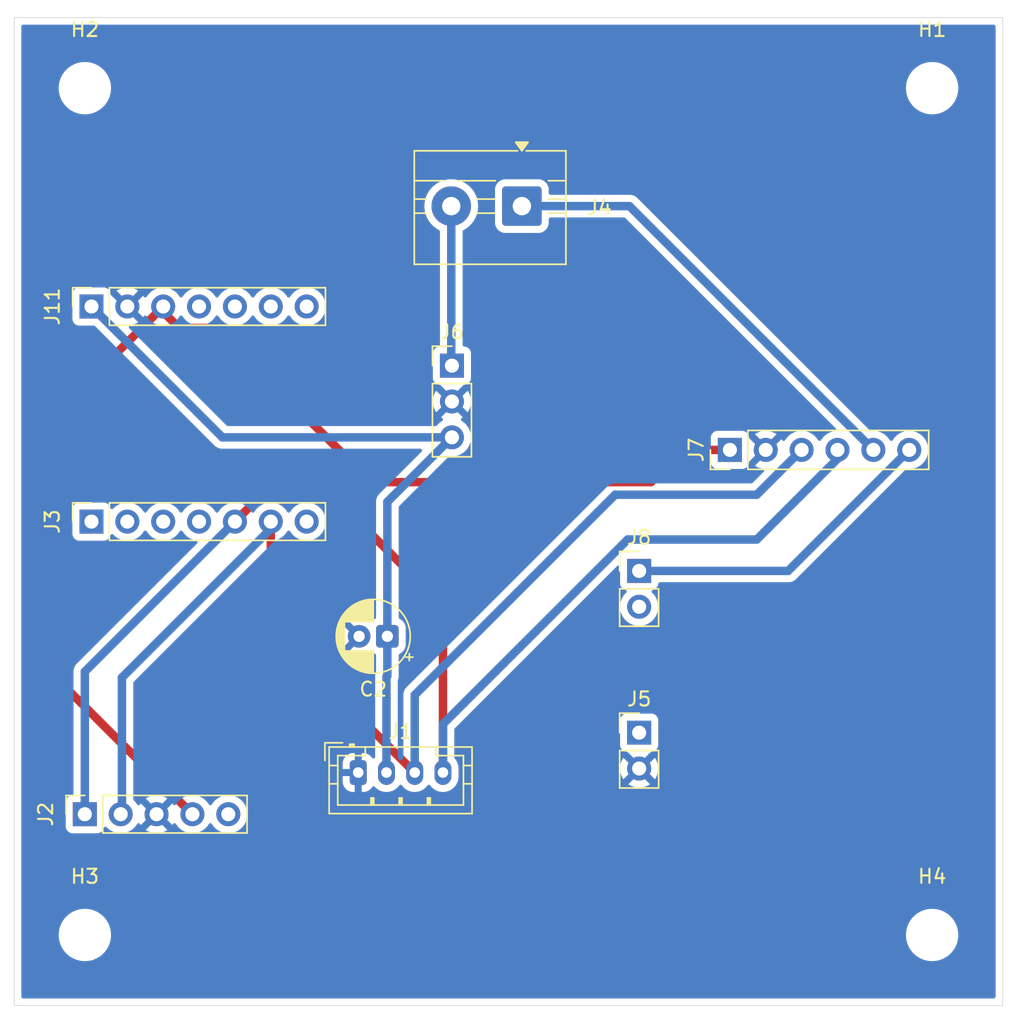
<source format=kicad_pcb>
(kicad_pcb (version 20241229) (generator "pcbnew") (generator_version "9.0")
  (layers (0 "F.Cu" signal) (2 "B.Cu" signal) (13 "F.Paste" user) (15 "B.Paste" user) (5 "F.SilkS" user "F.Silkscreen") (7 "B.SilkS" user "B.Silkscreen") (1 "F.Mask" user) (3 "B.Mask" user) (25 "Edge.Cuts" user))
  (net 0 "")
  (net 1 "+5V")
  (net 2 "SDA")
  (net 3 "GND")
  (net 4 "SCL")
  (net 5 "+3,3V")
  (net 11 "OUT+")
  (net 12 "+3,3-4,2V")
  (net 16 "Net-(J4-Pin_1)")
  (footprint "MountingHole:MountingHole_3.2mm_M3" (layer "F.Cu") (at 53 130)
    (property "Reference" "H3" (at 0 -4.15 0) (layer "F.SilkS"))
    (property "Value" "MountingHole")
    (pad "" np_thru_hole circle (at 0 0) (size 3.2 3.2) (drill 3.2) (layers "*.Cu" "*.Mask"))
  )
  (footprint "Connector_PinSocket_2.54mm:PinSocket_1x07_P2.54mm_Vertical" (layer "F.Cu") (at 53.467 100.711 90)
    (property "Reference" "J3" (at 0 -2.77 90) (layer "F.SilkS"))
    (property "Value" "SEEED ESP32-C3")
    (fp_line (start 1.33 -1.33) (end 1.33 0) (stroke (width 0.12)) (layer "F.SilkS"))
    (fp_line (start 0 -1.33) (end 1.33 -1.33) (stroke (width 0.12)) (layer "F.SilkS"))
    (fp_line (start 1.33 1.27) (end 1.33 16.57) (stroke (width 0.12)) (layer "F.SilkS"))
    (fp_line (start -1.33 1.27) (end 1.33 1.27) (stroke (width 0.12)) (layer "F.SilkS"))
    (fp_line (start -1.33 1.27) (end -1.33 16.57) (stroke (width 0.12)) (layer "F.SilkS"))
    (fp_line (start -1.33 16.57) (end 1.33 16.57) (stroke (width 0.12)) (layer "F.SilkS"))
    (pad "1" thru_hole rect (at 0 0 90) (size 1.7 1.7) (drill 1) (layers "*.Cu" "*.Mask"))
    (pad "2" thru_hole circle (at 0 2.54 90) (size 1.7 1.7) (drill 1) (layers "*.Cu" "*.Mask"))
    (pad "3" thru_hole circle (at 0 5.08 90) (size 1.7 1.7) (drill 1) (layers "*.Cu" "*.Mask"))
    (pad "4" thru_hole circle (at 0 7.62 90) (size 1.7 1.7) (drill 1) (layers "*.Cu" "*.Mask"))
    (pad "5" thru_hole circle (at 0 10.16 90) (size 1.7 1.7) (drill 1) (layers "*.Cu" "*.Mask") (net 2 "SDA"))
    (pad "6" thru_hole circle (at 0 12.7 90) (size 1.7 1.7) (drill 1) (layers "*.Cu" "*.Mask") (net 4 "SCL"))
    (pad "7" thru_hole circle (at 0 15.24 90) (size 1.7 1.7) (drill 1) (layers "*.Cu" "*.Mask"))
  )
  (footprint "MountingHole:MountingHole_3.2mm_M3" (layer "F.Cu") (at 113 70)
    (property "Reference" "H1" (at 0 -4.15 0) (layer "F.SilkS"))
    (property "Value" "MountingHole")
    (pad "" np_thru_hole circle (at 0 0) (size 3.2 3.2) (drill 3.2) (layers "*.Cu" "*.Mask"))
  )
  (footprint "Connector_JST:JST_PH_B4B-PH-K_1x04_P2.00mm_Vertical" (layer "F.Cu") (at 72.359 118.491)
    (property "Reference" "J1" (at 3 -2.9 0) (layer "F.SilkS"))
    (property "Value" "M5_STACK_STHS34PF80")
    (fp_line (start -2.36 -2.11) (end -2.36 -0.86) (stroke (width 0.12)) (layer "F.SilkS"))
    (fp_line (start -2.06 -1.81) (end -2.06 2.91) (stroke (width 0.12)) (layer "F.SilkS"))
    (fp_line (start -2.06 -0.5) (end -1.45 -0.5) (stroke (width 0.12)) (layer "F.SilkS"))
    (fp_line (start -2.06 0.8) (end -1.45 0.8) (stroke (width 0.12)) (layer "F.SilkS"))
    (fp_line (start -2.06 2.91) (end 8.06 2.91) (stroke (width 0.12)) (layer "F.SilkS"))
    (fp_line (start -1.45 -1.2) (end -1.45 2.3) (stroke (width 0.12)) (layer "F.SilkS"))
    (fp_line (start -1.45 2.3) (end 7.45 2.3) (stroke (width 0.12)) (layer "F.SilkS"))
    (fp_line (start -1.11 -2.11) (end -2.36 -2.11) (stroke (width 0.12)) (layer "F.SilkS"))
    (fp_line (start -0.6 -2.01) (end -0.6 -1.81) (stroke (width 0.12)) (layer "F.SilkS"))
    (fp_line (start -0.3 -2.01) (end -0.6 -2.01) (stroke (width 0.12)) (layer "F.SilkS"))
    (fp_line (start -0.3 -1.91) (end -0.6 -1.91) (stroke (width 0.12)) (layer "F.SilkS"))
    (fp_line (start -0.3 -1.81) (end -0.3 -2.01) (stroke (width 0.12)) (layer "F.SilkS"))
    (fp_line (start 0.5 -1.81) (end 0.5 -1.2) (stroke (width 0.12)) (layer "F.SilkS"))
    (fp_line (start 0.5 -1.2) (end -1.45 -1.2) (stroke (width 0.12)) (layer "F.SilkS"))
    (fp_line (start 0.9 1.8) (end 1.1 1.8) (stroke (width 0.12)) (layer "F.SilkS"))
    (fp_line (start 0.9 2.3) (end 0.9 1.8) (stroke (width 0.12)) (layer "F.SilkS"))
    (fp_line (start 1 2.3) (end 1 1.8) (stroke (width 0.12)) (layer "F.SilkS"))
    (fp_line (start 1.1 1.8) (end 1.1 2.3) (stroke (width 0.12)) (layer "F.SilkS"))
    (fp_line (start 2.9 1.8) (end 3.1 1.8) (stroke (width 0.12)) (layer "F.SilkS"))
    (fp_line (start 2.9 2.3) (end 2.9 1.8) (stroke (width 0.12)) (layer "F.SilkS"))
    (fp_line (start 3 2.3) (end 3 1.8) (stroke (width 0.12)) (layer "F.SilkS"))
    (fp_line (start 3.1 1.8) (end 3.1 2.3) (stroke (width 0.12)) (layer "F.SilkS"))
    (fp_line (start 4.9 1.8) (end 5.1 1.8) (stroke (width 0.12)) (layer "F.SilkS"))
    (fp_line (start 4.9 2.3) (end 4.9 1.8) (stroke (width 0.12)) (layer "F.SilkS"))
    (fp_line (start 5 2.3) (end 5 1.8) (stroke (width 0.12)) (layer "F.SilkS"))
    (fp_line (start 5.1 1.8) (end 5.1 2.3) (stroke (width 0.12)) (layer "F.SilkS"))
    (fp_line (start 5.5 -1.2) (end 5.5 -1.81) (stroke (width 0.12)) (layer "F.SilkS"))
    (fp_line (start 7.45 -1.2) (end 5.5 -1.2) (stroke (width 0.12)) (layer "F.SilkS"))
    (fp_line (start 7.45 2.3) (end 7.45 -1.2) (stroke (width 0.12)) (layer "F.SilkS"))
    (fp_line (start 8.06 -1.81) (end -2.06 -1.81) (stroke (width 0.12)) (layer "F.SilkS"))
    (fp_line (start 8.06 -0.5) (end 7.45 -0.5) (stroke (width 0.12)) (layer "F.SilkS"))
    (fp_line (start 8.06 0.8) (end 7.45 0.8) (stroke (width 0.12)) (layer "F.SilkS"))
    (fp_line (start 8.06 2.91) (end 8.06 -1.81) (stroke (width 0.12)) (layer "F.SilkS"))
    (pad "1" thru_hole roundrect (at 0 0) (size 1.2 1.75) (drill 0.75) (layers "*.Cu" "*.Mask") (roundrect_rratio 0.208333) (net 3 "GND"))
    (pad "2" thru_hole oval (at 2 0) (size 1.2 1.75) (drill 0.75) (layers "*.Cu" "*.Mask") (net 1 "+5V"))
    (pad "3" thru_hole oval (at 4 0) (size 1.2 1.75) (drill 0.75) (layers "*.Cu" "*.Mask") (net 4 "SCL"))
    (pad "4" thru_hole oval (at 6 0) (size 1.2 1.75) (drill 0.75) (layers "*.Cu" "*.Mask") (net 2 "SDA"))
  )
  (footprint "Connector_PinSocket_2.54mm:PinSocket_1x07_P2.54mm_Vertical" (layer "F.Cu") (at 53.467 85.471 90)
    (property "Reference" "J11" (at 0 -2.77 90) (layer "F.SilkS"))
    (property "Value" "Conn_01x07_MountingPin" (hide yes))
    (fp_line (start 1.33 -1.33) (end 1.33 0) (stroke (width 0.12)) (layer "F.SilkS"))
    (fp_line (start 0 -1.33) (end 1.33 -1.33) (stroke (width 0.12)) (layer "F.SilkS"))
    (fp_line (start 1.33 1.27) (end 1.33 16.57) (stroke (width 0.12)) (layer "F.SilkS"))
    (fp_line (start -1.33 1.27) (end 1.33 1.27) (stroke (width 0.12)) (layer "F.SilkS"))
    (fp_line (start -1.33 1.27) (end -1.33 16.57) (stroke (width 0.12)) (layer "F.SilkS"))
    (fp_line (start -1.33 16.57) (end 1.33 16.57) (stroke (width 0.12)) (layer "F.SilkS"))
    (pad "1" thru_hole rect (at 0 0 90) (size 1.7 1.7) (drill 1) (layers "*.Cu" "*.Mask") (net 1 "+5V"))
    (pad "2" thru_hole circle (at 0 2.54 90) (size 1.7 1.7) (drill 1) (layers "*.Cu" "*.Mask") (net 3 "GND"))
    (pad "3" thru_hole circle (at 0 5.08 90) (size 1.7 1.7) (drill 1) (layers "*.Cu" "*.Mask") (net 5 "+3,3V"))
    (pad "4" thru_hole circle (at 0 7.62 90) (size 1.7 1.7) (drill 1) (layers "*.Cu" "*.Mask"))
    (pad "5" thru_hole circle (at 0 10.16 90) (size 1.7 1.7) (drill 1) (layers "*.Cu" "*.Mask"))
    (pad "6" thru_hole circle (at 0 12.7 90) (size 1.7 1.7) (drill 1) (layers "*.Cu" "*.Mask"))
    (pad "7" thru_hole circle (at 0 15.24 90) (size 1.7 1.7) (drill 1) (layers "*.Cu" "*.Mask"))
  )
  (footprint "TerminalBlock:TerminalBlock_MaiXu_MX126-5.0-02P_1x02_P5.00mm" (layer "F.Cu") (at 83.947 78.359 180)
    (property "Reference" "J4" (at -5.497 -0.0945 0) (layer "F.SilkS"))
    (property "Value" "SWITCH DST")
    (fp_line (start 7.62 3.92) (end 0.3 3.92) (stroke (width 0.12)) (layer "F.SilkS"))
    (fp_line (start 7.62 -4.12) (end 7.62 3.92) (stroke (width 0.12)) (layer "F.SilkS"))
    (fp_line (start 6.812 0.5) (end 7.62 0.5) (stroke (width 0.12)) (layer "F.SilkS"))
    (fp_line (start 6.812 -0.5) (end 7.62 -0.5) (stroke (width 0.12)) (layer "F.SilkS"))
    (fp_line (start 5.543 1.8) (end 7.62 1.8) (stroke (width 0.12)) (layer "F.SilkS"))
    (fp_line (start 1.88 1.8) (end 4.457 1.8) (stroke (width 0.12)) (layer "F.SilkS"))
    (fp_line (start 1.88 0.5) (end 3.188 0.5) (stroke (width 0.12)) (layer "F.SilkS"))
    (fp_line (start 1.88 -0.5) (end 3.188 -0.5) (stroke (width 0.12)) (layer "F.SilkS"))
    (fp_line (start -0.3 3.92) (end -3.12 3.92) (stroke (width 0.12)) (layer "F.SilkS"))
    (fp_line (start -3.12 3.92) (end -3.12 -4.12) (stroke (width 0.12)) (layer "F.SilkS"))
    (fp_line (start -3.12 1.8) (end -1.88 1.8) (stroke (width 0.12)) (layer "F.SilkS"))
    (fp_line (start -3.12 0.5) (end -1.88 0.5) (stroke (width 0.12)) (layer "F.SilkS"))
    (fp_line (start -3.12 -0.5) (end -1.88 -0.5) (stroke (width 0.12)) (layer "F.SilkS"))
    (fp_line (start -3.12 -4.12) (end 7.62 -4.12) (stroke (width 0.12)) (layer "F.SilkS"))
    (fp_poly (pts (xy 0 3.92) (xy 0.44 4.53) (xy -0.44 4.53)) (stroke (width 0.12)) (fill yes) (layer "F.SilkS"))
    (pad "1" thru_hole roundrect (at 0 0 180) (size 2.8 2.8) (drill 1.3) (layers "*.Cu" "*.Mask") (roundrect_rratio 0.089286) (net 16 "Net-(J4-Pin_1)"))
    (pad "2" thru_hole circle (at 5 0 180) (size 2.8 2.8) (drill 1.3) (layers "*.Cu" "*.Mask") (net 12 "+3,3-4,2V"))
  )
  (footprint "Connector_PinHeader_2.54mm:PinHeader_1x06_P2.54mm_Vertical" (layer "F.Cu") (at 98.679 95.631 90)
    (property "Reference" "J7" (at 0 -2.38 90) (layer "F.SilkS"))
    (property "Value" "INA219_MODULE")
    (fp_line (start -1.38 -1.38) (end 0 -1.38) (stroke (width 0.12)) (layer "F.SilkS"))
    (fp_line (start -1.38 0) (end -1.38 -1.38) (stroke (width 0.12)) (layer "F.SilkS"))
    (fp_line (start 1.38 1.27) (end 1.38 14.08) (stroke (width 0.12)) (layer "F.SilkS"))
    (fp_line (start -1.38 1.27) (end 1.38 1.27) (stroke (width 0.12)) (layer "F.SilkS"))
    (fp_line (start -1.38 1.27) (end -1.38 14.08) (stroke (width 0.12)) (layer "F.SilkS"))
    (fp_line (start -1.38 14.08) (end 1.38 14.08) (stroke (width 0.12)) (layer "F.SilkS"))
    (pad "1" thru_hole rect (at 0 0 90) (size 1.7 1.7) (drill 1) (layers "*.Cu" "*.Mask") (net 5 "+3,3V"))
    (pad "2" thru_hole circle (at 0 2.54 90) (size 1.7 1.7) (drill 1) (layers "*.Cu" "*.Mask") (net 3 "GND"))
    (pad "3" thru_hole circle (at 0 5.08 90) (size 1.7 1.7) (drill 1) (layers "*.Cu" "*.Mask") (net 4 "SCL"))
    (pad "4" thru_hole circle (at 0 7.62 90) (size 1.7 1.7) (drill 1) (layers "*.Cu" "*.Mask") (net 2 "SDA"))
    (pad "5" thru_hole circle (at 0 10.16 90) (size 1.7 1.7) (drill 1) (layers "*.Cu" "*.Mask") (net 16 "Net-(J4-Pin_1)"))
    (pad "6" thru_hole circle (at 0 12.7 90) (size 1.7 1.7) (drill 1) (layers "*.Cu" "*.Mask") (net 11 "OUT+"))
  )
  (footprint "Connector_PinHeader_2.54mm:PinHeader_1x02_P2.54mm_Vertical" (layer "F.Cu") (at 92.253 104.205)
    (property "Reference" "J8" (at 0 -2.38 0) (layer "F.SilkS"))
    (property "Value" "VIN")
    (fp_line (start -1.38 -1.38) (end 0 -1.38) (stroke (width 0.12)) (layer "F.SilkS"))
    (fp_line (start -1.38 0) (end -1.38 -1.38) (stroke (width 0.12)) (layer "F.SilkS"))
    (fp_line (start -1.38 1.27) (end -1.38 3.92) (stroke (width 0.12)) (layer "F.SilkS"))
    (fp_line (start -1.38 1.27) (end 1.38 1.27) (stroke (width 0.12)) (layer "F.SilkS"))
    (fp_line (start -1.38 3.92) (end 1.38 3.92) (stroke (width 0.12)) (layer "F.SilkS"))
    (fp_line (start 1.38 1.27) (end 1.38 3.92) (stroke (width 0.12)) (layer "F.SilkS"))
    (pad "1" thru_hole rect (at 0 0) (size 1.7 1.7) (drill 1) (layers "*.Cu" "*.Mask") (net 11 "OUT+"))
    (pad "2" thru_hole circle (at 0 2.54) (size 1.7 1.7) (drill 1) (layers "*.Cu" "*.Mask"))
  )
  (footprint "Capacitor_THT:CP_Radial_D5.0mm_P2.00mm" (layer "F.Cu") (at 74.422 108.839 180)
    (property "Reference" "C2" (at 1 -3.75 0) (layer "F.SilkS"))
    (property "Value" "100 uF")
    (fp_line (start 3.6 -0.283) (end 3.6 0.283) (stroke (width 0.12)) (layer "F.SilkS"))
    (fp_line (start 3.56 -0.517) (end 3.56 0.517) (stroke (width 0.12)) (layer "F.SilkS"))
    (fp_line (start 3.52 -0.677) (end 3.52 0.677) (stroke (width 0.12)) (layer "F.SilkS"))
    (fp_line (start 3.48 -0.805) (end 3.48 0.805) (stroke (width 0.12)) (layer "F.SilkS"))
    (fp_line (start 3.44 -0.914) (end 3.44 0.914) (stroke (width 0.12)) (layer "F.SilkS"))
    (fp_line (start 3.4 -1.011) (end 3.4 1.011) (stroke (width 0.12)) (layer "F.SilkS"))
    (fp_line (start 3.36 -1.098) (end 3.36 1.098) (stroke (width 0.12)) (layer "F.SilkS"))
    (fp_line (start 3.32 -1.177) (end 3.32 1.177) (stroke (width 0.12)) (layer "F.SilkS"))
    (fp_line (start 3.28 -1.251) (end 3.28 1.251) (stroke (width 0.12)) (layer "F.SilkS"))
    (fp_line (start 3.24 -1.319) (end 3.24 1.319) (stroke (width 0.12)) (layer "F.SilkS"))
    (fp_line (start 3.2 -1.383) (end 3.2 1.383) (stroke (width 0.12)) (layer "F.SilkS"))
    (fp_line (start 3.16 -1.443) (end 3.16 1.443) (stroke (width 0.12)) (layer "F.SilkS"))
    (fp_line (start 3.12 -1.499) (end 3.12 1.499) (stroke (width 0.12)) (layer "F.SilkS"))
    (fp_line (start 3.08 -1.553) (end 3.08 1.553) (stroke (width 0.12)) (layer "F.SilkS"))
    (fp_line (start 3.04 -1.604) (end 3.04 1.604) (stroke (width 0.12)) (layer "F.SilkS"))
    (fp_line (start 3 1.04) (end 3 1.652) (stroke (width 0.12)) (layer "F.SilkS"))
    (fp_line (start 3 -1.652) (end 3 -1.04) (stroke (width 0.12)) (layer "F.SilkS"))
    (fp_line (start 2.96 1.04) (end 2.96 1.699) (stroke (width 0.12)) (layer "F.SilkS"))
    (fp_line (start 2.96 -1.699) (end 2.96 -1.04) (stroke (width 0.12)) (layer "F.SilkS"))
    (fp_line (start 2.92 1.04) (end 2.92 1.743) (stroke (width 0.12)) (layer "F.SilkS"))
    (fp_line (start 2.92 -1.743) (end 2.92 -1.04) (stroke (width 0.12)) (layer "F.SilkS"))
    (fp_line (start 2.88 1.04) (end 2.88 1.785) (stroke (width 0.12)) (layer "F.SilkS"))
    (fp_line (start 2.88 -1.785) (end 2.88 -1.04) (stroke (width 0.12)) (layer "F.SilkS"))
    (fp_line (start 2.84 1.04) (end 2.84 1.825) (stroke (width 0.12)) (layer "F.SilkS"))
    (fp_line (start 2.84 -1.825) (end 2.84 -1.04) (stroke (width 0.12)) (layer "F.SilkS"))
    (fp_line (start 2.8 1.04) (end 2.8 1.864) (stroke (width 0.12)) (layer "F.SilkS"))
    (fp_line (start 2.8 -1.864) (end 2.8 -1.04) (stroke (width 0.12)) (layer "F.SilkS"))
    (fp_line (start 2.76 1.04) (end 2.76 1.901) (stroke (width 0.12)) (layer "F.SilkS"))
    (fp_line (start 2.76 -1.901) (end 2.76 -1.04) (stroke (width 0.12)) (layer "F.SilkS"))
    (fp_line (start 2.72 1.04) (end 2.72 1.936) (stroke (width 0.12)) (layer "F.SilkS"))
    (fp_line (start 2.72 -1.936) (end 2.72 -1.04) (stroke (width 0.12)) (layer "F.SilkS"))
    (fp_line (start 2.68 1.04) (end 2.68 1.97) (stroke (width 0.12)) (layer "F.SilkS"))
    (fp_line (start 2.68 -1.97) (end 2.68 -1.04) (stroke (width 0.12)) (layer "F.SilkS"))
    (fp_line (start 2.64 1.04) (end 2.64 2.003) (stroke (width 0.12)) (layer "F.SilkS"))
    (fp_line (start 2.64 -2.003) (end 2.64 -1.04) (stroke (width 0.12)) (layer "F.SilkS"))
    (fp_line (start 2.6 1.04) (end 2.6 2.035) (stroke (width 0.12)) (layer "F.SilkS"))
    (fp_line (start 2.6 -2.035) (end 2.6 -1.04) (stroke (width 0.12)) (layer "F.SilkS"))
    (fp_line (start 2.56 1.04) (end 2.56 2.065) (stroke (width 0.12)) (layer "F.SilkS"))
    (fp_line (start 2.56 -2.065) (end 2.56 -1.04) (stroke (width 0.12)) (layer "F.SilkS"))
    (fp_line (start 2.52 1.04) (end 2.52 2.094) (stroke (width 0.12)) (layer "F.SilkS"))
    (fp_line (start 2.52 -2.094) (end 2.52 -1.04) (stroke (width 0.12)) (layer "F.SilkS"))
    (fp_line (start 2.48 1.04) (end 2.48 2.122) (stroke (width 0.12)) (layer "F.SilkS"))
    (fp_line (start 2.48 -2.122) (end 2.48 -1.04) (stroke (width 0.12)) (layer "F.SilkS"))
    (fp_line (start 2.44 1.04) (end 2.44 2.149) (stroke (width 0.12)) (layer "F.SilkS"))
    (fp_line (start 2.44 -2.149) (end 2.44 -1.04) (stroke (width 0.12)) (layer "F.SilkS"))
    (fp_line (start 2.4 1.04) (end 2.4 2.175) (stroke (width 0.12)) (layer "F.SilkS"))
    (fp_line (start 2.4 -2.175) (end 2.4 -1.04) (stroke (width 0.12)) (layer "F.SilkS"))
    (fp_line (start 2.36 1.04) (end 2.36 2.199) (stroke (width 0.12)) (layer "F.SilkS"))
    (fp_line (start 2.36 -2.199) (end 2.36 -1.04) (stroke (width 0.12)) (layer "F.SilkS"))
    (fp_line (start 2.32 1.04) (end 2.32 2.223) (stroke (width 0.12)) (layer "F.SilkS"))
    (fp_line (start 2.32 -2.223) (end 2.32 -1.04) (stroke (width 0.12)) (layer "F.SilkS"))
    (fp_line (start 2.28 1.04) (end 2.28 2.246) (stroke (width 0.12)) (layer "F.SilkS"))
    (fp_line (start 2.28 -2.246) (end 2.28 -1.04) (stroke (width 0.12)) (layer "F.SilkS"))
    (fp_line (start 2.24 1.04) (end 2.24 2.268) (stroke (width 0.12)) (layer "F.SilkS"))
    (fp_line (start 2.24 -2.268) (end 2.24 -1.04) (stroke (width 0.12)) (layer "F.SilkS"))
    (fp_line (start 2.2 1.04) (end 2.2 2.289) (stroke (width 0.12)) (layer "F.SilkS"))
    (fp_line (start 2.2 -2.289) (end 2.2 -1.04) (stroke (width 0.12)) (layer "F.SilkS"))
    (fp_line (start 2.16 1.04) (end 2.16 2.309) (stroke (width 0.12)) (layer "F.SilkS"))
    (fp_line (start 2.16 -2.309) (end 2.16 -1.04) (stroke (width 0.12)) (layer "F.SilkS"))
    (fp_line (start 2.12 1.04) (end 2.12 2.329) (stroke (width 0.12)) (layer "F.SilkS"))
    (fp_line (start 2.12 -2.329) (end 2.12 -1.04) (stroke (width 0.12)) (layer "F.SilkS"))
    (fp_line (start 2.08 1.04) (end 2.08 2.347) (stroke (width 0.12)) (layer "F.SilkS"))
    (fp_line (start 2.08 -2.347) (end 2.08 -1.04) (stroke (width 0.12)) (layer "F.SilkS"))
    (fp_line (start 2.04 1.04) (end 2.04 2.365) (stroke (width 0.12)) (layer "F.SilkS"))
    (fp_line (start 2.04 -2.365) (end 2.04 -1.04) (stroke (width 0.12)) (layer "F.SilkS"))
    (fp_line (start 2 1.04) (end 2 2.382) (stroke (width 0.12)) (layer "F.SilkS"))
    (fp_line (start 2 -2.382) (end 2 -1.04) (stroke (width 0.12)) (layer "F.SilkS"))
    (fp_line (start 1.96 1.04) (end 1.96 2.398) (stroke (width 0.12)) (layer "F.SilkS"))
    (fp_line (start 1.96 -2.398) (end 1.96 -1.04) (stroke (width 0.12)) (layer "F.SilkS"))
    (fp_line (start 1.92 1.04) (end 1.92 2.413) (stroke (width 0.12)) (layer "F.SilkS"))
    (fp_line (start 1.92 -2.413) (end 1.92 -1.04) (stroke (width 0.12)) (layer "F.SilkS"))
    (fp_line (start 1.88 1.04) (end 1.88 2.428) (stroke (width 0.12)) (layer "F.SilkS"))
    (fp_line (start 1.88 -2.428) (end 1.88 -1.04) (stroke (width 0.12)) (layer "F.SilkS"))
    (fp_line (start 1.84 1.04) (end 1.84 2.442) (stroke (width 0.12)) (layer "F.SilkS"))
    (fp_line (start 1.84 -2.442) (end 1.84 -1.04) (stroke (width 0.12)) (layer "F.SilkS"))
    (fp_line (start 1.8 1.04) (end 1.8 2.455) (stroke (width 0.12)) (layer "F.SilkS"))
    (fp_line (start 1.8 -2.455) (end 1.8 -1.04) (stroke (width 0.12)) (layer "F.SilkS"))
    (fp_line (start 1.76 1.04) (end 1.76 2.467) (stroke (width 0.12)) (layer "F.SilkS"))
    (fp_line (start 1.76 -2.467) (end 1.76 -1.04) (stroke (width 0.12)) (layer "F.SilkS"))
    (fp_line (start 1.72 1.04) (end 1.72 2.479) (stroke (width 0.12)) (layer "F.SilkS"))
    (fp_line (start 1.72 -2.479) (end 1.72 -1.04) (stroke (width 0.12)) (layer "F.SilkS"))
    (fp_line (start 1.68 1.04) (end 1.68 2.49) (stroke (width 0.12)) (layer "F.SilkS"))
    (fp_line (start 1.68 -2.49) (end 1.68 -1.04) (stroke (width 0.12)) (layer "F.SilkS"))
    (fp_line (start 1.64 1.04) (end 1.64 2.501) (stroke (width 0.12)) (layer "F.SilkS"))
    (fp_line (start 1.64 -2.501) (end 1.64 -1.04) (stroke (width 0.12)) (layer "F.SilkS"))
    (fp_line (start 1.6 1.04) (end 1.6 2.51) (stroke (width 0.12)) (layer "F.SilkS"))
    (fp_line (start 1.6 -2.51) (end 1.6 -1.04) (stroke (width 0.12)) (layer "F.SilkS"))
    (fp_line (start 1.56 1.04) (end 1.56 2.519) (stroke (width 0.12)) (layer "F.SilkS"))
    (fp_line (start 1.56 -2.519) (end 1.56 -1.04) (stroke (width 0.12)) (layer "F.SilkS"))
    (fp_line (start 1.52 1.04) (end 1.52 2.528) (stroke (width 0.12)) (layer "F.SilkS"))
    (fp_line (start 1.52 -2.528) (end 1.52 -1.04) (stroke (width 0.12)) (layer "F.SilkS"))
    (fp_line (start 1.48 1.04) (end 1.48 2.536) (stroke (width 0.12)) (layer "F.SilkS"))
    (fp_line (start 1.48 -2.536) (end 1.48 -1.04) (stroke (width 0.12)) (layer "F.SilkS"))
    (fp_line (start 1.44 1.04) (end 1.44 2.543) (stroke (width 0.12)) (layer "F.SilkS"))
    (fp_line (start 1.44 -2.543) (end 1.44 -1.04) (stroke (width 0.12)) (layer "F.SilkS"))
    (fp_line (start 1.4 1.04) (end 1.4 2.549) (stroke (width 0.12)) (layer "F.SilkS"))
    (fp_line (start 1.4 -2.549) (end 1.4 -1.04) (stroke (width 0.12)) (layer "F.SilkS"))
    (fp_line (start 1.36 1.04) (end 1.36 2.555) (stroke (width 0.12)) (layer "F.SilkS"))
    (fp_line (start 1.36 -2.555) (end 1.36 -1.04) (stroke (width 0.12)) (layer "F.SilkS"))
    (fp_line (start 1.32 1.04) (end 1.32 2.56) (stroke (width 0.12)) (layer "F.SilkS"))
    (fp_line (start 1.32 -2.56) (end 1.32 -1.04) (stroke (width 0.12)) (layer "F.SilkS"))
    (fp_line (start 1.28 1.04) (end 1.28 2.565) (stroke (width 0.12)) (layer "F.SilkS"))
    (fp_line (start 1.28 -2.565) (end 1.28 -1.04) (stroke (width 0.12)) (layer "F.SilkS"))
    (fp_line (start 1.24 1.04) (end 1.24 2.569) (stroke (width 0.12)) (layer "F.SilkS"))
    (fp_line (start 1.24 -2.569) (end 1.24 -1.04) (stroke (width 0.12)) (layer "F.SilkS"))
    (fp_line (start 1.2 1.04) (end 1.2 2.572) (stroke (width 0.12)) (layer "F.SilkS"))
    (fp_line (start 1.2 -2.572) (end 1.2 -1.04) (stroke (width 0.12)) (layer "F.SilkS"))
    (fp_line (start 1.16 1.04) (end 1.16 2.575) (stroke (width 0.12)) (layer "F.SilkS"))
    (fp_line (start 1.16 -2.575) (end 1.16 -1.04) (stroke (width 0.12)) (layer "F.SilkS"))
    (fp_line (start 1.12 1.04) (end 1.12 2.577) (stroke (width 0.12)) (layer "F.SilkS"))
    (fp_line (start 1.12 -2.577) (end 1.12 -1.04) (stroke (width 0.12)) (layer "F.SilkS"))
    (fp_line (start 1.08 1.04) (end 1.08 2.579) (stroke (width 0.12)) (layer "F.SilkS"))
    (fp_line (start 1.08 -2.579) (end 1.08 -1.04) (stroke (width 0.12)) (layer "F.SilkS"))
    (fp_line (start 1.04 1.04) (end 1.04 2.58) (stroke (width 0.12)) (layer "F.SilkS"))
    (fp_line (start 1.04 -2.58) (end 1.04 -1.04) (stroke (width 0.12)) (layer "F.SilkS"))
    (fp_line (start 1 1.04) (end 1 2.58) (stroke (width 0.12)) (layer "F.SilkS"))
    (fp_line (start 1 -2.58) (end 1 -1.04) (stroke (width 0.12)) (layer "F.SilkS"))
    (fp_line (start -1.554775 -1.725) (end -1.554775 -1.225) (stroke (width 0.12)) (layer "F.SilkS"))
    (fp_line (start -1.804775 -1.475) (end -1.304775 -1.475) (stroke (width 0.12)) (layer "F.SilkS"))
    (fp_circle (center 1 0) (end 3.62 0) (stroke (width 0.12)) (fill no) (layer "F.SilkS"))
    (pad "1" thru_hole roundrect (at 0 0 180) (size 1.6 1.6) (drill 0.8) (layers "*.Cu" "*.Mask") (roundrect_rratio 0.15625) (net 1 "+5V"))
    (pad "2" thru_hole circle (at 2 0 180) (size 1.6 1.6) (drill 0.8) (layers "*.Cu" "*.Mask") (net 3 "GND"))
  )
  (footprint "Connector_PinHeader_2.54mm:PinHeader_1x03_P2.54mm_Vertical" (layer "F.Cu") (at 78.994 89.662)
    (property "Reference" "J6" (at 0 -2.38 0) (layer "F.SilkS"))
    (property "Value" "Pololu Step-Up 5V")
    (fp_line (start -1.38 -1.38) (end 0 -1.38) (stroke (width 0.12)) (layer "F.SilkS"))
    (fp_line (start -1.38 0) (end -1.38 -1.38) (stroke (width 0.12)) (layer "F.SilkS"))
    (fp_line (start -1.38 1.27) (end -1.38 6.46) (stroke (width 0.12)) (layer "F.SilkS"))
    (fp_line (start -1.38 1.27) (end 1.38 1.27) (stroke (width 0.12)) (layer "F.SilkS"))
    (fp_line (start -1.38 6.46) (end 1.38 6.46) (stroke (width 0.12)) (layer "F.SilkS"))
    (fp_line (start 1.38 1.27) (end 1.38 6.46) (stroke (width 0.12)) (layer "F.SilkS"))
    (pad "1" thru_hole rect (at 0 0) (size 1.7 1.7) (drill 1) (layers "*.Cu" "*.Mask") (net 12 "+3,3-4,2V"))
    (pad "2" thru_hole circle (at 0 2.54) (size 1.7 1.7) (drill 1) (layers "*.Cu" "*.Mask") (net 3 "GND"))
    (pad "3" thru_hole circle (at 0 5.08) (size 1.7 1.7) (drill 1) (layers "*.Cu" "*.Mask") (net 1 "+5V"))
  )
  (footprint "MountingHole:MountingHole_3.2mm_M3" (layer "F.Cu") (at 113 130)
    (property "Reference" "H4" (at 0 -4.15 0) (layer "F.SilkS"))
    (property "Value" "MountingHole")
    (pad "" np_thru_hole circle (at 0 0) (size 3.2 3.2) (drill 3.2) (layers "*.Cu" "*.Mask"))
  )
  (footprint "MountingHole:MountingHole_3.2mm_M3" (layer "F.Cu") (at 53 70)
    (property "Reference" "H2" (at 0 -4.15 0) (layer "F.SilkS"))
    (property "Value" "MountingHole")
    (pad "" np_thru_hole circle (at 0 0) (size 3.2 3.2) (drill 3.2) (layers "*.Cu" "*.Mask"))
  )
  (footprint "Connector_PinHeader_2.54mm:PinHeader_1x02_P2.54mm_Vertical" (layer "F.Cu") (at 92.253 115.665)
    (property "Reference" "J5" (at 0 -2.38 0) (layer "F.SilkS"))
    (property "Value" "GND")
    (fp_line (start -1.38 -1.38) (end 0 -1.38) (stroke (width 0.12)) (layer "F.SilkS"))
    (fp_line (start -1.38 0) (end -1.38 -1.38) (stroke (width 0.12)) (layer "F.SilkS"))
    (fp_line (start -1.38 1.27) (end -1.38 3.92) (stroke (width 0.12)) (layer "F.SilkS"))
    (fp_line (start -1.38 1.27) (end 1.38 1.27) (stroke (width 0.12)) (layer "F.SilkS"))
    (fp_line (start -1.38 3.92) (end 1.38 3.92) (stroke (width 0.12)) (layer "F.SilkS"))
    (fp_line (start 1.38 1.27) (end 1.38 3.92) (stroke (width 0.12)) (layer "F.SilkS"))
    (pad "1" thru_hole rect (at 0 0) (size 1.7 1.7) (drill 1) (layers "*.Cu" "*.Mask"))
    (pad "2" thru_hole circle (at 0 2.54) (size 1.7 1.7) (drill 1) (layers "*.Cu" "*.Mask") (net 3 "GND"))
  )
  (footprint "Connector_PinSocket_2.54mm:PinSocket_1x05_P2.54mm_Vertical" (layer "F.Cu") (at 52.997 121.443 90)
    (property "Reference" "J2" (at 0 -2.77 90) (layer "F.SilkS"))
    (property "Value" "VEML7700")
    (fp_line (start 1.33 -1.33) (end 1.33 0) (stroke (width 0.12)) (layer "F.SilkS"))
    (fp_line (start 0 -1.33) (end 1.33 -1.33) (stroke (width 0.12)) (layer "F.SilkS"))
    (fp_line (start 1.33 1.27) (end 1.33 11.49) (stroke (width 0.12)) (layer "F.SilkS"))
    (fp_line (start -1.33 1.27) (end 1.33 1.27) (stroke (width 0.12)) (layer "F.SilkS"))
    (fp_line (start -1.33 1.27) (end -1.33 11.49) (stroke (width 0.12)) (layer "F.SilkS"))
    (fp_line (start -1.33 11.49) (end 1.33 11.49) (stroke (width 0.12)) (layer "F.SilkS"))
    (pad "1" thru_hole rect (at 0 0 90) (size 1.7 1.7) (drill 1) (layers "*.Cu" "*.Mask") (net 2 "SDA"))
    (pad "2" thru_hole circle (at 0 2.54 90) (size 1.7 1.7) (drill 1) (layers "*.Cu" "*.Mask") (net 4 "SCL"))
    (pad "3" thru_hole circle (at 0 5.08 90) (size 1.7 1.7) (drill 1) (layers "*.Cu" "*.Mask") (net 3 "GND"))
    (pad "4" thru_hole circle (at 0 7.62 90) (size 1.7 1.7) (drill 1) (layers "*.Cu" "*.Mask") (net 5 "+3,3V"))
    (pad "5" thru_hole circle (at 0 10.16 90) (size 1.7 1.7) (drill 1) (layers "*.Cu" "*.Mask"))
  )
  (gr_rect (start 48 65) (end 118 135) (stroke (width 0.05)) (fill no) (layer "Edge.Cuts"))
  (segment (start 74.422 99.314) (end 78.994 94.742) (width 0.6) (layer "B.Cu") (net 1))
  (segment (start 62.738 94.742) (end 78.994 94.742) (width 0.6) (layer "B.Cu") (net 1))
  (segment (start 74.422 111.634) (end 74.422 108.839) (width 0.6) (layer "B.Cu") (net 1))
  (segment (start 74.359 111.697) (end 74.422 111.634) (width 0.6) (layer "B.Cu") (net 1))
  (segment (start 74.422 108.839) (end 74.422 99.314) (width 0.6) (layer "B.Cu") (net 1))
  (segment (start 53.467 85.471) (end 62.738 94.742) (width 0.6) (layer "B.Cu") (net 1))
  (segment (start 74.359 118.491) (end 74.359 111.697) (width 0.6) (layer "B.Cu") (net 1))
  (segment (start 69.596 97.917) (end 78.359 106.68) (width 0.6) (layer "F.Cu") (net 2))
  (segment (start 63.627 100.711) (end 66.421 97.917) (width 0.6) (layer "F.Cu") (net 2))
  (segment (start 66.421 97.917) (end 69.596 97.917) (width 0.6) (layer "F.Cu") (net 2))
  (segment (start 78.359 106.68) (end 78.359 118.491) (width 0.6) (layer "F.Cu") (net 2))
  (segment (start 78.359 115.062) (end 91.44 101.981) (width 0.6) (layer "B.Cu") (net 2))
  (segment (start 78.359 118.491) (end 78.359 115.062) (width 0.6) (layer "B.Cu") (net 2))
  (segment (start 100.584 101.981) (end 106.299 96.266) (width 0.6) (layer "B.Cu") (net 2))
  (segment (start 52.997 111.341) (end 63.627 100.711) (width 0.6) (layer "B.Cu") (net 2))
  (segment (start 91.44 101.981) (end 100.584 101.981) (width 0.6) (layer "B.Cu") (net 2))
  (segment (start 52.997 121.443) (end 52.997 111.341) (width 0.6) (layer "B.Cu") (net 2))
  (segment (start 106.299 96.266) (end 106.299 95.631) (width 0.6) (layer "B.Cu") (net 2))
  (segment (start 66.167 100.711) (end 66.167 108.299) (width 0.6) (layer "F.Cu") (net 4))
  (segment (start 66.167 108.299) (end 76.359 118.491) (width 0.6) (layer "F.Cu") (net 4))
  (segment (start 100.584 98.806) (end 90.551 98.806) (width 0.6) (layer "B.Cu") (net 4))
  (segment (start 103.759 95.631) (end 100.584 98.806) (width 0.6) (layer "B.Cu") (net 4))
  (segment (start 55.537 121.443) (end 55.626 121.354) (width 0.6) (layer "B.Cu") (net 4))
  (segment (start 76.359 112.998) (end 76.359 118.491) (width 0.6) (layer "B.Cu") (net 4))
  (segment (start 90.551 98.806) (end 76.359 112.998) (width 0.6) (layer "B.Cu") (net 4))
  (segment (start 66.167 101.219) (end 66.167 100.711) (width 0.6) (layer "B.Cu") (net 4))
  (segment (start 55.626 121.354) (end 55.626 111.76) (width 0.6) (layer "B.Cu") (net 4))
  (segment (start 55.626 111.76) (end 66.167 101.219) (width 0.6) (layer "B.Cu") (net 4))
  (segment (start 59.69 86.995) (end 62.357 86.995) (width 0.6) (layer "F.Cu") (net 5))
  (segment (start 58.547 85.852) (end 59.69 86.995) (width 0.6) (layer "F.Cu") (net 5))
  (segment (start 62.357 86.995) (end 73.279 97.917) (width 0.6) (layer "F.Cu") (net 5))
  (segment (start 60.617 121.443) (end 50.673 111.499) (width 0.6) (layer "F.Cu") (net 5))
  (segment (start 95.377 95.631) (end 98.679 95.631) (width 0.6) (layer "F.Cu") (net 5))
  (segment (start 93.091 97.917) (end 95.377 95.631) (width 0.6) (layer "F.Cu") (net 5))
  (segment (start 50.673 93.345) (end 58.547 85.471) (width 0.6) (layer "F.Cu") (net 5))
  (segment (start 73.279 97.917) (end 93.091 97.917) (width 0.6) (layer "F.Cu") (net 5))
  (segment (start 58.547 85.471) (end 58.547 85.852) (width 0.6) (layer "F.Cu") (net 5))
  (segment (start 50.673 111.499) (end 50.673 93.345) (width 0.6) (layer "F.Cu") (net 5))
  (segment (start 92.253 104.205) (end 102.805 104.205) (width 0.6) (layer "B.Cu") (net 11))
  (segment (start 102.805 104.205) (end 111.379 95.631) (width 0.6) (layer "B.Cu") (net 11))
  (segment (start 78.947 78.359) (end 78.947 89.615) (width 0.6) (layer "B.Cu") (net 12))
  (segment (start 78.947 89.615) (end 78.994 89.662) (width 0.6) (layer "B.Cu") (net 12))
  (segment (start 108.839 95.631) (end 91.567 78.359) (width 0.6) (layer "B.Cu") (net 16))
  (segment (start 91.567 78.359) (end 83.947 78.359) (width 0.6) (layer "B.Cu") (net 16))
  (zone (net 3) (net_name "GND") (layer "B.Cu") (connect_pads (clearance 0.5)) (min_thickness 0.25) (fill yes (thermal_gap 0.5) (thermal_bridge_width 0.5))
    (polygon (pts (xy 47.117 63.881) (xy 119.507 63.754) (xy 119.507 135.382) (xy 46.99 135.382) (xy 47.371 64.135) (xy 47.371 63.881)))
  )
)
</source>
